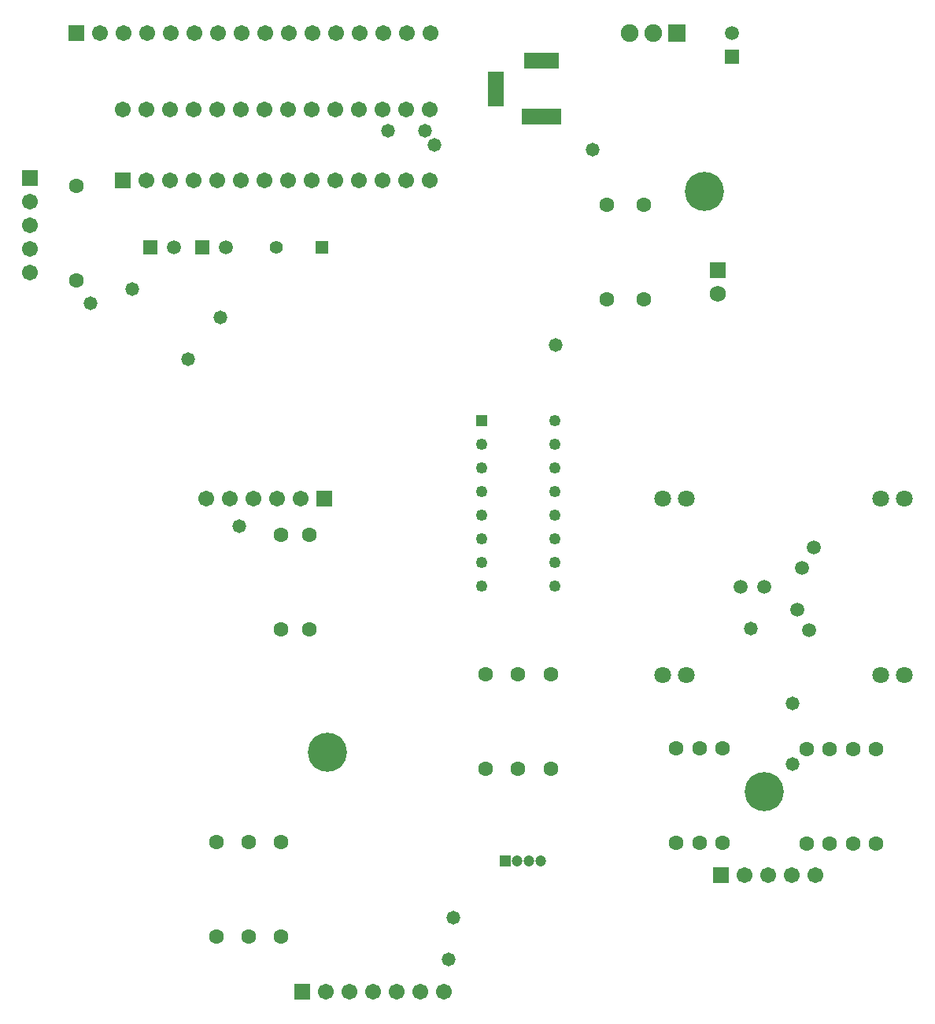
<source format=gbs>
G04*
G04 #@! TF.GenerationSoftware,Altium Limited,Altium Designer,21.3.1 (25)*
G04*
G04 Layer_Color=7674933*
%FSLAX44Y44*%
%MOMM*%
G71*
G04*
G04 #@! TF.SameCoordinates,07AAF50E-0F06-4378-A151-48E409635E6A*
G04*
G04*
G04 #@! TF.FilePolarity,Negative*
G04*
G01*
G75*
%ADD20R,1.4032X1.4032*%
%ADD23C,4.2032*%
%ADD24C,1.5032*%
%ADD25C,1.6032*%
%ADD26C,1.8032*%
%ADD27C,1.7032*%
%ADD28R,1.7032X1.7032*%
%ADD29C,1.2032*%
%ADD30R,1.2032X1.2032*%
%ADD31R,1.7032X1.7032*%
%ADD32R,4.2032X1.7032*%
%ADD33R,3.7032X1.7032*%
%ADD34R,1.7032X3.7032*%
%ADD35C,1.2500*%
%ADD36R,1.2500X1.2500*%
%ADD37C,1.4032*%
%ADD38R,1.5032X1.5032*%
%ADD39R,1.5032X1.5032*%
%ADD40C,1.9032*%
%ADD41R,1.9032X1.9032*%
%ADD42C,1.7532*%
%ADD43R,1.7532X1.7532*%
%ADD44C,1.4732*%
D20*
X358800Y840000D02*
D03*
D23*
X835000Y255000D02*
D03*
X365000Y297460D02*
D03*
X770000Y900000D02*
D03*
D24*
X870000Y450500D02*
D03*
X882700Y428503D02*
D03*
X887700Y517497D02*
D03*
X875000Y495500D02*
D03*
X835000Y475500D02*
D03*
X809600D02*
D03*
X800000Y1070000D02*
D03*
X200000Y840000D02*
D03*
X255400D02*
D03*
D25*
X930000Y300800D02*
D03*
Y199200D02*
D03*
X955000Y300800D02*
D03*
Y199200D02*
D03*
X880000Y300800D02*
D03*
Y199200D02*
D03*
X905000Y300800D02*
D03*
Y199200D02*
D03*
X790000Y199700D02*
D03*
Y301300D02*
D03*
X765000Y199700D02*
D03*
Y301300D02*
D03*
X740000Y199700D02*
D03*
Y301300D02*
D03*
X605000Y279200D02*
D03*
X535000D02*
D03*
X570000D02*
D03*
X345000Y429200D02*
D03*
Y530800D02*
D03*
X280000Y200800D02*
D03*
Y99200D02*
D03*
X315000Y200800D02*
D03*
Y99200D02*
D03*
X245000Y200800D02*
D03*
Y99200D02*
D03*
X315000Y530800D02*
D03*
Y429200D02*
D03*
X95000Y905800D02*
D03*
Y804200D02*
D03*
X605000Y380800D02*
D03*
X535000D02*
D03*
X570000D02*
D03*
X665000Y784200D02*
D03*
Y885800D02*
D03*
X705000Y784200D02*
D03*
Y885800D02*
D03*
D26*
X985400Y570000D02*
D03*
X960000D02*
D03*
X985000Y380000D02*
D03*
X959600D02*
D03*
X750400D02*
D03*
X725000D02*
D03*
X750400Y570000D02*
D03*
X725000D02*
D03*
D27*
X890000Y165000D02*
D03*
X864600D02*
D03*
X839200D02*
D03*
X813800D02*
D03*
X475100Y988100D02*
D03*
X449700D02*
D03*
X424300D02*
D03*
X398900D02*
D03*
X373500D02*
D03*
X348100D02*
D03*
X322700D02*
D03*
X297300D02*
D03*
X271900D02*
D03*
X246500D02*
D03*
X221100D02*
D03*
X195700D02*
D03*
X170300D02*
D03*
X144900D02*
D03*
X475100Y911900D02*
D03*
X449700D02*
D03*
X424300D02*
D03*
X398900D02*
D03*
X373500D02*
D03*
X348100D02*
D03*
X322700D02*
D03*
X297300D02*
D03*
X271900D02*
D03*
X246500D02*
D03*
X221100D02*
D03*
X195700D02*
D03*
X170300D02*
D03*
X120400Y1070000D02*
D03*
X145800D02*
D03*
X171200D02*
D03*
X196600D02*
D03*
X222000D02*
D03*
X247400D02*
D03*
X272800D02*
D03*
X298200D02*
D03*
X323600D02*
D03*
X349000D02*
D03*
X374400D02*
D03*
X399800D02*
D03*
X425200D02*
D03*
X450600D02*
D03*
X476000D02*
D03*
X335800Y570000D02*
D03*
X310400D02*
D03*
X285000D02*
D03*
X259600D02*
D03*
X234200D02*
D03*
X490400Y40000D02*
D03*
X465000D02*
D03*
X439600D02*
D03*
X414200D02*
D03*
X363400D02*
D03*
X388800D02*
D03*
X45000Y813400D02*
D03*
Y838800D02*
D03*
Y864200D02*
D03*
Y889600D02*
D03*
D28*
X788400Y165000D02*
D03*
X95000Y1070000D02*
D03*
X361200Y570000D02*
D03*
X338000Y40000D02*
D03*
D29*
X568650Y180950D02*
D03*
X581350D02*
D03*
X594050D02*
D03*
D30*
X555950D02*
D03*
D31*
X144900Y911900D02*
D03*
X45000Y915000D02*
D03*
D32*
X595000Y980500D02*
D03*
D33*
Y1040500D02*
D03*
D34*
X546000Y1010000D02*
D03*
D35*
X609700Y653900D02*
D03*
Y628500D02*
D03*
Y603100D02*
D03*
Y577700D02*
D03*
Y552300D02*
D03*
Y526900D02*
D03*
Y501500D02*
D03*
Y476100D02*
D03*
X530300D02*
D03*
Y501500D02*
D03*
Y526900D02*
D03*
Y552300D02*
D03*
Y577700D02*
D03*
Y603100D02*
D03*
Y628500D02*
D03*
D36*
Y653900D02*
D03*
D37*
X310000Y840000D02*
D03*
D38*
X800000Y1044600D02*
D03*
D39*
X174600Y840000D02*
D03*
X230000D02*
D03*
D40*
X689600Y1070000D02*
D03*
X715000D02*
D03*
D41*
X740400D02*
D03*
D42*
X785000Y790000D02*
D03*
D43*
Y815400D02*
D03*
D44*
X865000Y350000D02*
D03*
Y285000D02*
D03*
X820000Y430000D02*
D03*
X495000Y75000D02*
D03*
X110240Y780240D02*
D03*
X154996Y795320D02*
D03*
X250000Y765000D02*
D03*
X215000Y720000D02*
D03*
X270000Y540000D02*
D03*
X500000Y120000D02*
D03*
X470000Y965000D02*
D03*
X430000D02*
D03*
X610000Y735000D02*
D03*
X480000Y950000D02*
D03*
X650000Y945000D02*
D03*
M02*

</source>
